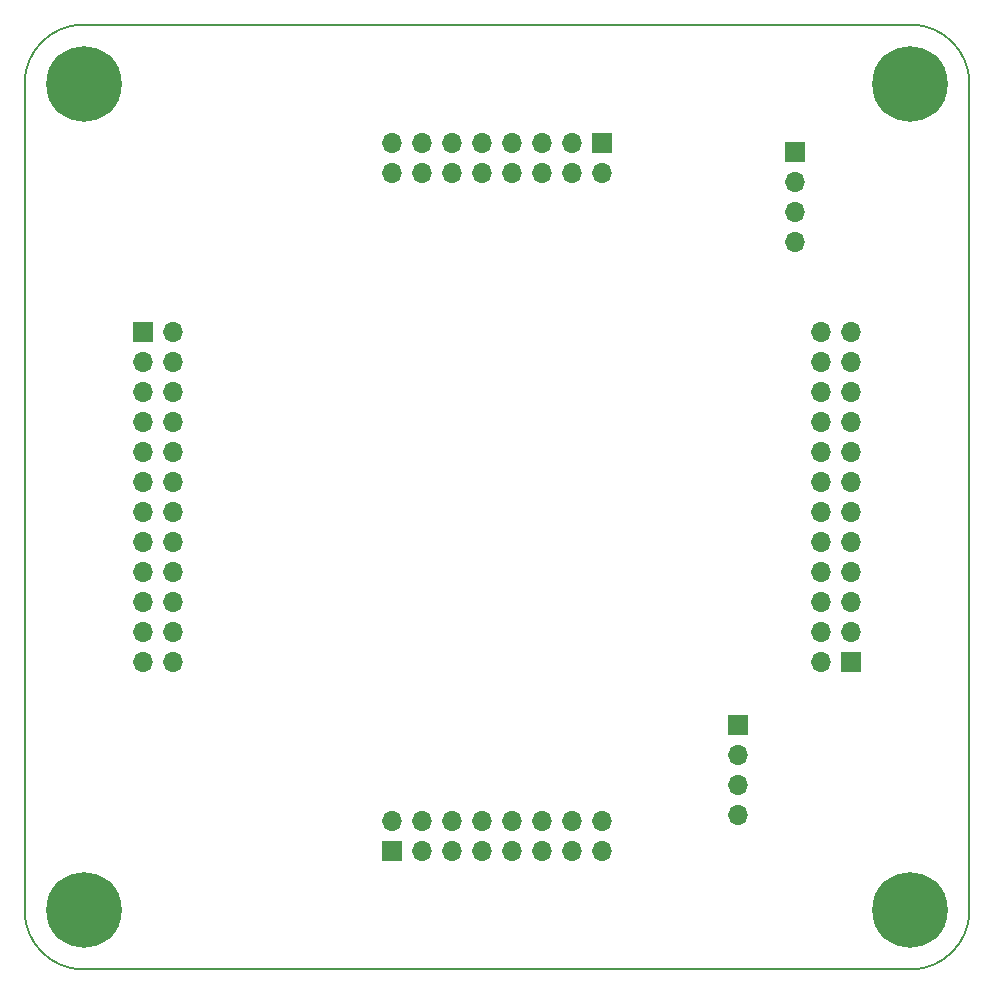
<source format=gbr>
G04 #@! TF.GenerationSoftware,KiCad,Pcbnew,5.1.6-c6e7f7d~86~ubuntu20.04.1*
G04 #@! TF.CreationDate,2020-05-17T15:59:29+03:00*
G04 #@! TF.ProjectId,GB-BRK-CPU-G1,47422d42-524b-42d4-9350-552d47312e6b,v1.1*
G04 #@! TF.SameCoordinates,Original*
G04 #@! TF.FileFunction,Soldermask,Bot*
G04 #@! TF.FilePolarity,Negative*
%FSLAX46Y46*%
G04 Gerber Fmt 4.6, Leading zero omitted, Abs format (unit mm)*
G04 Created by KiCad (PCBNEW 5.1.6-c6e7f7d~86~ubuntu20.04.1) date 2020-05-17 15:59:29*
%MOMM*%
%LPD*%
G01*
G04 APERTURE LIST*
G04 #@! TA.AperFunction,Profile*
%ADD10C,0.150000*%
G04 #@! TD*
%ADD11C,0.800000*%
%ADD12C,6.400000*%
%ADD13O,1.700000X1.700000*%
%ADD14R,1.700000X1.700000*%
G04 APERTURE END LIST*
D10*
X140000000Y-135000000D02*
G75*
G02*
X135000000Y-140000000I-5000000J0D01*
G01*
X65000000Y-140000000D02*
G75*
G02*
X60000000Y-135000000I0J5000000D01*
G01*
X60000000Y-65000000D02*
G75*
G02*
X65000000Y-60000000I5000000J0D01*
G01*
X135000000Y-60000000D02*
G75*
G02*
X140000000Y-65000000I0J-5000000D01*
G01*
X135000000Y-60000000D02*
X65000000Y-60000000D01*
X140000000Y-135000000D02*
X140000000Y-65000000D01*
X65000000Y-140000000D02*
X135000000Y-140000000D01*
X60000000Y-65000000D02*
X60000000Y-135000000D01*
D11*
X66697056Y-133302944D03*
X65000000Y-132600000D03*
X63302944Y-133302944D03*
X62600000Y-135000000D03*
X63302944Y-136697056D03*
X65000000Y-137400000D03*
X66697056Y-136697056D03*
X67400000Y-135000000D03*
D12*
X65000000Y-135000000D03*
D11*
X66697056Y-63302944D03*
X65000000Y-62600000D03*
X63302944Y-63302944D03*
X62600000Y-65000000D03*
X63302944Y-66697056D03*
X65000000Y-67400000D03*
X66697056Y-66697056D03*
X67400000Y-65000000D03*
D12*
X65000000Y-65000000D03*
D11*
X136697056Y-63302944D03*
X135000000Y-62600000D03*
X133302944Y-63302944D03*
X132600000Y-65000000D03*
X133302944Y-66697056D03*
X135000000Y-67400000D03*
X136697056Y-66697056D03*
X137400000Y-65000000D03*
D12*
X135000000Y-65000000D03*
D11*
X136697056Y-133302944D03*
X135000000Y-132600000D03*
X133302944Y-133302944D03*
X132600000Y-135000000D03*
X133302944Y-136697056D03*
X135000000Y-137400000D03*
X136697056Y-136697056D03*
X137400000Y-135000000D03*
D12*
X135000000Y-135000000D03*
D13*
X120400000Y-126920000D03*
X120400000Y-124380000D03*
X120400000Y-121840000D03*
D14*
X120400000Y-119300000D03*
D13*
X72540000Y-113940000D03*
X70000000Y-113940000D03*
X72540000Y-111400000D03*
X70000000Y-111400000D03*
X72540000Y-108860000D03*
X70000000Y-108860000D03*
X72540000Y-106320000D03*
X70000000Y-106320000D03*
X72540000Y-103780000D03*
X70000000Y-103780000D03*
X72540000Y-101240000D03*
X70000000Y-101240000D03*
X72540000Y-98700000D03*
X70000000Y-98700000D03*
X72540000Y-96160000D03*
X70000000Y-96160000D03*
X72540000Y-93620000D03*
X70000000Y-93620000D03*
X72540000Y-91080000D03*
X70000000Y-91080000D03*
X72540000Y-88540000D03*
X70000000Y-88540000D03*
X72540000Y-86000000D03*
D14*
X70000000Y-86000000D03*
D13*
X108880000Y-127460000D03*
X108880000Y-130000000D03*
X106340000Y-127460000D03*
X106340000Y-130000000D03*
X103800000Y-127460000D03*
X103800000Y-130000000D03*
X101260000Y-127460000D03*
X101260000Y-130000000D03*
X98720000Y-127460000D03*
X98720000Y-130000000D03*
X96180000Y-127460000D03*
X96180000Y-130000000D03*
X93640000Y-127460000D03*
X93640000Y-130000000D03*
X91100000Y-127460000D03*
D14*
X91100000Y-130000000D03*
D13*
X127460000Y-86060000D03*
X130000000Y-86060000D03*
X127460000Y-88600000D03*
X130000000Y-88600000D03*
X127460000Y-91140000D03*
X130000000Y-91140000D03*
X127460000Y-93680000D03*
X130000000Y-93680000D03*
X127460000Y-96220000D03*
X130000000Y-96220000D03*
X127460000Y-98760000D03*
X130000000Y-98760000D03*
X127460000Y-101300000D03*
X130000000Y-101300000D03*
X127460000Y-103840000D03*
X130000000Y-103840000D03*
X127460000Y-106380000D03*
X130000000Y-106380000D03*
X127460000Y-108920000D03*
X130000000Y-108920000D03*
X127460000Y-111460000D03*
X130000000Y-111460000D03*
X127460000Y-114000000D03*
D14*
X130000000Y-114000000D03*
D13*
X91120000Y-72540000D03*
X91120000Y-70000000D03*
X93660000Y-72540000D03*
X93660000Y-70000000D03*
X96200000Y-72540000D03*
X96200000Y-70000000D03*
X98740000Y-72540000D03*
X98740000Y-70000000D03*
X101280000Y-72540000D03*
X101280000Y-70000000D03*
X103820000Y-72540000D03*
X103820000Y-70000000D03*
X106360000Y-72540000D03*
X106360000Y-70000000D03*
X108900000Y-72540000D03*
D14*
X108900000Y-70000000D03*
D13*
X125200000Y-78420000D03*
X125200000Y-75880000D03*
X125200000Y-73340000D03*
D14*
X125200000Y-70800000D03*
M02*

</source>
